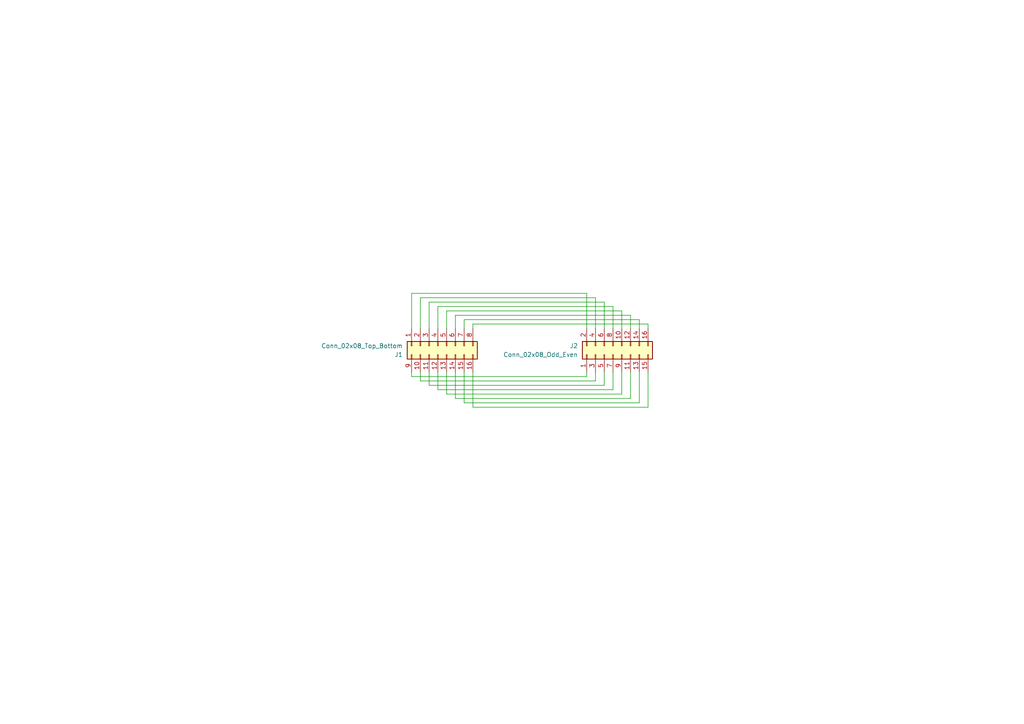
<source format=kicad_sch>
(kicad_sch (version 20231120) (generator "eeschema") (generator_version "8.0")
  (paper "A4")
  (lib_symbols
    (symbol "Connector_Generic:Conn_02x08_Odd_Even" (pin_names (offset 1.016) hide)
      (property "Reference" "J" (at 1.27 10.16 0))
      (property "Value" "Conn_02x08_Odd_Even" (at 1.27 -12.7 0))
      (symbol "Conn_02x08_Odd_Even_1_1"
        (rectangle (start -1.27 -10.033) (end 0 -10.287) (stroke (width 0.1524)))
        (rectangle (start -1.27 -7.493) (end 0 -7.747) (stroke (width 0.1524)))
        (rectangle (start -1.27 -4.953) (end 0 -5.207) (stroke (width 0.1524)))
        (rectangle (start -1.27 -2.413) (end 0 -2.667) (stroke (width 0.1524)))
        (rectangle (start -1.27 0.127) (end 0 -0.127) (stroke (width 0.1524)))
        (rectangle (start -1.27 2.667) (end 0 2.413) (stroke (width 0.1524)))
        (rectangle (start -1.27 5.207) (end 0 4.953) (stroke (width 0.1524)))
        (rectangle (start -1.27 7.747) (end 0 7.493) (stroke (width 0.1524)))
        (rectangle (start -1.27 8.89) (end 3.81 -11.43) (stroke (width 0.254)) (fill (type background)))
        (rectangle (start 3.81 -10.033) (end 2.54 -10.287) (stroke (width 0.1524)))
        (rectangle (start 3.81 -7.493) (end 2.54 -7.747) (stroke (width 0.1524)))
        (rectangle (start 3.81 -4.953) (end 2.54 -5.207) (stroke (width 0.1524)))
        (rectangle (start 3.81 -2.413) (end 2.54 -2.667) (stroke (width 0.1524)))
        (rectangle (start 3.81 0.127) (end 2.54 -0.127) (stroke (width 0.1524)))
        (rectangle (start 3.81 2.667) (end 2.54 2.413) (stroke (width 0.1524)))
        (rectangle (start 3.81 5.207) (end 2.54 4.953) (stroke (width 0.1524)))
        (rectangle (start 3.81 7.747) (end 2.54 7.493) (stroke (width 0.1524)))
        (pin passive line (at -5.08 7.62 0) (length 3.81) (name "Pin_1") (number "1"))
        (pin passive line (at 7.62 -2.54 180) (length 3.81) (name "Pin_10") (number "10"))
        (pin passive line (at -5.08 -5.08 0) (length 3.81) (name "Pin_11") (number "11"))
        (pin passive line (at 7.62 -5.08 180) (length 3.81) (name "Pin_12") (number "12"))
        (pin passive line (at -5.08 -7.62 0) (length 3.81) (name "Pin_13") (number "13"))
        (pin passive line (at 7.62 -7.62 180) (length 3.81) (name "Pin_14") (number "14"))
        (pin passive line (at -5.08 -10.16 0) (length 3.81) (name "Pin_15") (number "15"))
        (pin passive line (at 7.62 -10.16 180) (length 3.81) (name "Pin_16") (number "16"))
        (pin passive line (at 7.62 7.62 180) (length 3.81) (name "Pin_2") (number "2"))
        (pin passive line (at -5.08 5.08 0) (length 3.81) (name "Pin_3") (number "3"))
        (pin passive line (at 7.62 5.08 180) (length 3.81) (name "Pin_4") (number "4"))
        (pin passive line (at -5.08 2.54 0) (length 3.81) (name "Pin_5") (number "5"))
        (pin passive line (at 7.62 2.54 180) (length 3.81) (name "Pin_6") (number "6"))
        (pin passive line (at -5.08 0 0) (length 3.81) (name "Pin_7") (number "7"))
        (pin passive line (at 7.62 0 180) (length 3.81) (name "Pin_8") (number "8"))
        (pin passive line (at -5.08 -2.54 0) (length 3.81) (name "Pin_9") (number "9"))
      )
    )
    (symbol "Connector_Generic:Conn_02x08_Top_Bottom" (pin_names (offset 1.016) hide)
      (property "Reference" "J" (at 1.27 10.16 0))
      (property "Value" "Conn_02x08_Top_Bottom" (at 1.27 -12.7 0))
      (symbol "Conn_02x08_Top_Bottom_1_1"
        (rectangle (start -1.27 -10.033) (end 0 -10.287) (stroke (width 0.1524)))
        (rectangle (start -1.27 -7.493) (end 0 -7.747) (stroke (width 0.1524)))
        (rectangle (start -1.27 -4.953) (end 0 -5.207) (stroke (width 0.1524)))
        (rectangle (start -1.27 -2.413) (end 0 -2.667) (stroke (width 0.1524)))
        (rectangle (start -1.27 0.127) (end 0 -0.127) (stroke (width 0.1524)))
        (rectangle (start -1.27 2.667) (end 0 2.413) (stroke (width 0.1524)))
        (rectangle (start -1.27 5.207) (end 0 4.953) (stroke (width 0.1524)))
        (rectangle (start -1.27 7.747) (end 0 7.493) (stroke (width 0.1524)))
        (rectangle (start -1.27 8.89) (end 3.81 -11.43) (stroke (width 0.254)) (fill (type background)))
        (rectangle (start 3.81 -10.033) (end 2.54 -10.287) (stroke (width 0.1524)))
        (rectangle (start 3.81 -7.493) (end 2.54 -7.747) (stroke (width 0.1524)))
        (rectangle (start 3.81 -4.953) (end 2.54 -5.207) (stroke (width 0.1524)))
        (rectangle (start 3.81 -2.413) (end 2.54 -2.667) (stroke (width 0.1524)))
        (rectangle (start 3.81 0.127) (end 2.54 -0.127) (stroke (width 0.1524)))
        (rectangle (start 3.81 2.667) (end 2.54 2.413) (stroke (width 0.1524)))
        (rectangle (start 3.81 5.207) (end 2.54 4.953) (stroke (width 0.1524)))
        (rectangle (start 3.81 7.747) (end 2.54 7.493) (stroke (width 0.1524)))
        (pin passive line (at -5.08 7.62 0) (length 3.81) (name "Pin_1") (number "1"))
        (pin passive line (at 7.62 5.08 180) (length 3.81) (name "Pin_10") (number "10"))
        (pin passive line (at 7.62 2.54 180) (length 3.81) (name "Pin_11") (number "11"))
        (pin passive line (at 7.62 0 180) (length 3.81) (name "Pin_12") (number "12"))
        (pin passive line (at 7.62 -2.54 180) (length 3.81) (name "Pin_13") (number "13"))
        (pin passive line (at 7.62 -5.08 180) (length 3.81) (name "Pin_14") (number "14"))
        (pin passive line (at 7.62 -7.62 180) (length 3.81) (name "Pin_15") (number "15"))
        (pin passive line (at 7.62 -10.16 180) (length 3.81) (name "Pin_16") (number "16"))
        (pin passive line (at -5.08 5.08 0) (length 3.81) (name "Pin_2") (number "2"))
        (pin passive line (at -5.08 2.54 0) (length 3.81) (name "Pin_3") (number "3"))
        (pin passive line (at -5.08 0 0) (length 3.81) (name "Pin_4") (number "4"))
        (pin passive line (at -5.08 -2.54 0) (length 3.81) (name "Pin_5") (number "5"))
        (pin passive line (at -5.08 -5.08 0) (length 3.81) (name "Pin_6") (number "6"))
        (pin passive line (at -5.08 -7.62 0) (length 3.81) (name "Pin_7") (number "7"))
        (pin passive line (at -5.08 -10.16 0) (length 3.81) (name "Pin_8") (number "8"))
        (pin passive line (at 7.62 7.62 180) (length 3.81) (name "Pin_9") (number "9"))
      )
    )
  )
  (wire (pts (xy 129.54 95.25) (xy 129.54 90.17)))
  (wire (pts (xy 134.62 116.84) (xy 185.42 116.84)))
  (wire (pts (xy 127 88.9) (xy 177.8 88.9)))
  (wire (pts (xy 124.46 95.25) (xy 124.46 87.63)))
  (wire (pts (xy 182.88 91.44) (xy 182.88 95.25)))
  (wire (pts (xy 172.72 110.49) (xy 172.72 107.95)))
  (wire (pts (xy 127 107.95) (xy 127 113.03)))
  (wire (pts (xy 132.08 115.57) (xy 182.88 115.57)))
  (wire (pts (xy 137.16 107.95) (xy 137.16 118.11)))
  (wire (pts (xy 182.88 115.57) (xy 182.88 107.95)))
  (wire (pts (xy 119.38 107.95) (xy 119.38 109.22)))
  (wire (pts (xy 121.92 86.36) (xy 172.72 86.36)))
  (wire (pts (xy 121.92 107.95) (xy 121.92 110.49)))
  (wire (pts (xy 170.18 109.22) (xy 170.18 107.95)))
  (wire (pts (xy 132.08 91.44) (xy 182.88 91.44)))
  (wire (pts (xy 175.26 87.63) (xy 175.26 95.25)))
  (wire (pts (xy 187.96 118.11) (xy 187.96 107.95)))
  (wire (pts (xy 134.62 107.95) (xy 134.62 116.84)))
  (wire (pts (xy 177.8 113.03) (xy 177.8 107.95)))
  (wire (pts (xy 180.34 114.3) (xy 180.34 107.95)))
  (wire (pts (xy 187.96 93.98) (xy 187.96 95.25)))
  (wire (pts (xy 127 113.03) (xy 177.8 113.03)))
  (wire (pts (xy 124.46 111.76) (xy 175.26 111.76)))
  (wire (pts (xy 119.38 95.25) (xy 119.38 85.09)))
  (wire (pts (xy 129.54 90.17) (xy 180.34 90.17)))
  (wire (pts (xy 124.46 87.63) (xy 175.26 87.63)))
  (wire (pts (xy 137.16 118.11) (xy 187.96 118.11)))
  (wire (pts (xy 134.62 92.71) (xy 185.42 92.71)))
  (wire (pts (xy 170.18 85.09) (xy 170.18 95.25)))
  (wire (pts (xy 134.62 95.25) (xy 134.62 92.71)))
  (wire (pts (xy 121.92 95.25) (xy 121.92 86.36)))
  (wire (pts (xy 132.08 107.95) (xy 132.08 115.57)))
  (wire (pts (xy 185.42 92.71) (xy 185.42 95.25)))
  (wire (pts (xy 119.38 109.22) (xy 170.18 109.22)))
  (wire (pts (xy 127 95.25) (xy 127 88.9)))
  (wire (pts (xy 180.34 90.17) (xy 180.34 95.25)))
  (wire (pts (xy 129.54 114.3) (xy 180.34 114.3)))
  (wire (pts (xy 172.72 86.36) (xy 172.72 95.25)))
  (wire (pts (xy 177.8 88.9) (xy 177.8 95.25)))
  (wire (pts (xy 175.26 111.76) (xy 175.26 107.95)))
  (wire (pts (xy 185.42 116.84) (xy 185.42 107.95)))
  (wire (pts (xy 119.38 85.09) (xy 170.18 85.09)))
  (wire (pts (xy 137.16 93.98) (xy 187.96 93.98)))
  (wire (pts (xy 129.54 107.95) (xy 129.54 114.3)))
  (wire (pts (xy 137.16 95.25) (xy 137.16 93.98)))
  (wire (pts (xy 124.46 107.95) (xy 124.46 111.76)))
  (wire (pts (xy 132.08 95.25) (xy 132.08 91.44)))
  (wire (pts (xy 121.92 110.49) (xy 172.72 110.49)))
  (symbol (lib_id "Connector_Generic:Conn_02x08_Odd_Even") (at 177.8 102.87 90) (unit 1)
    (property "Reference" "J2" (at 167.64 100.3299 90) (effects (justify left)))
    (property "Value" "Conn_02x08_Odd_Even" (at 167.64 102.8699 90) (effects (justify left)))
    (property "Footprint" "Connector_PinHeader_2.54mm:PinHeader_2x08_P2.54mm_Vertical" (effects (hide yes)))
    (property "Description" "Generic connector, double row, 02x08, odd/even pin numbering scheme (row 1 odd numbers, row 2 even numbers), script generated (kicad-library-utils/schlib/autogen/connector/)" (effects (hide yes)))
  )
  (symbol (lib_id "Connector_Generic:Conn_02x08_Top_Bottom") (at 127 100.33 90) (mirror x) (unit 1)
    (property "Reference" "J1" (at 116.84 102.8701 90) (effects (justify left)))
    (property "Value" "Conn_02x08_Top_Bottom" (at 116.84 100.3301 90) (effects (justify left)))
    (property "Footprint" "obd-things:SAE_J1962_Male_Vertical" (effects (hide yes)))
    (property "Description" "Generic connector, double row, 02x08, top/bottom pin numbering scheme (row 1: 1...pins_per_row, row2: pins_per_row+1 ... num_pins), script generated (kicad-library-utils/schlib/autogen/connector/)" (effects (hide yes)))
  )
)
</source>
